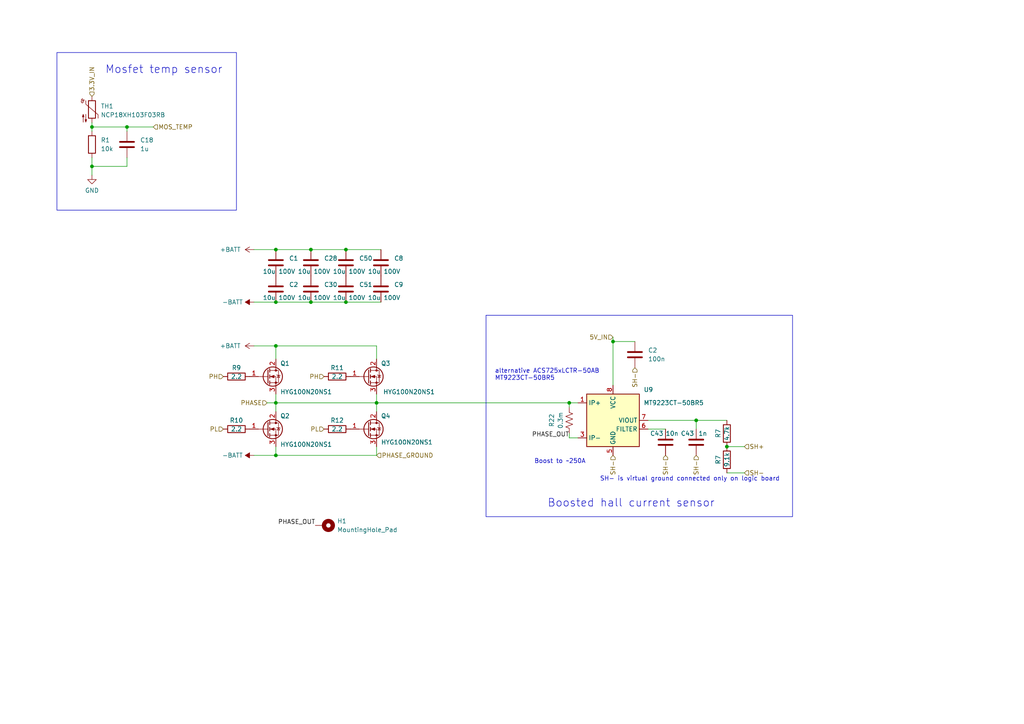
<source format=kicad_sch>
(kicad_sch (version 20231120) (generator "eeschema") (generator_version "8.0")
  (paper "A4")
  (lib_symbols
    (symbol "Device:C" (pin_numbers hide) (pin_names (offset 0.254))
      (property "Reference" "C" (at 0.635 2.54 0))
      (property "Value" "C" (at 0.635 -2.54 0))
      (symbol "C_0_1"
        (polyline (pts (xy -2.032 -0.762) (xy 2.032 -0.762)) (stroke (width 0.508)))
        (polyline (pts (xy -2.032 0.762) (xy 2.032 0.762)) (stroke (width 0.508)))
      )
      (symbol "C_1_1"
        (pin passive line (at 0 3.81 270) (length 2.794) (name "~") (number "1"))
        (pin passive line (at 0 -3.81 90) (length 2.794) (name "~") (number "2"))
      )
    )
    (symbol "Device:R" (pin_numbers hide) (pin_names (offset 0))
      (property "Reference" "R" (at 2.032 0 90))
      (property "Value" "R" (at 0 0 90))
      (symbol "R_0_1"
        (rectangle (start -1.016 -2.54) (end 1.016 2.54) (stroke (width 0.254)))
      )
      (symbol "R_1_1"
        (pin passive line (at 0 3.81 270) (length 1.27) (name "~") (number "1"))
        (pin passive line (at 0 -3.81 90) (length 1.27) (name "~") (number "2"))
      )
    )
    (symbol "Device:R_US" (pin_numbers hide) (pin_names (offset 0))
      (property "Reference" "R" (at 2.54 0 90))
      (property "Value" "R_US" (at -2.54 0 90))
      (symbol "R_US_0_1"
        (polyline (pts (xy 0 -2.286) (xy 0 -2.54)))
        (polyline (pts (xy 0 2.286) (xy 0 2.54)))
        (polyline (pts (xy 0 -0.762) (xy 1.016 -1.143) (xy 0 -1.524) (xy -1.016 -1.905) (xy 0 -2.286)))
        (polyline (pts (xy 0 0.762) (xy 1.016 0.381) (xy 0 0) (xy -1.016 -0.381) (xy 0 -0.762)))
        (polyline (pts (xy 0 2.286) (xy 1.016 1.905) (xy 0 1.524) (xy -1.016 1.143) (xy 0 0.762)))
      )
      (symbol "R_US_1_1"
        (pin passive line (at 0 3.81 270) (length 1.27) (name "~") (number "1"))
        (pin passive line (at 0 -3.81 90) (length 1.27) (name "~") (number "2"))
      )
    )
    (symbol "Device:Thermistor_NTC" (pin_numbers hide) (pin_names (offset 0))
      (property "Reference" "TH" (at -4.445 0 90))
      (property "Value" "Thermistor_NTC" (at 3.175 0 90))
      (symbol "Thermistor_NTC_0_1"
        (arc (start -3.048 2.159) (mid -3.0495 2.3143) (end -3.175 2.413))
        (arc (start -3.048 2.159) (mid -2.9736 1.9794) (end -2.794 1.905))
        (arc (start -3.048 2.794) (mid -2.9736 2.6144) (end -2.794 2.54))
        (arc (start -2.794 1.905) (mid -2.6144 1.9794) (end -2.54 2.159))
        (arc (start -2.794 2.54) (mid -2.4393 2.5587) (end -2.159 2.794))
        (arc (start -2.794 3.048) (mid -2.9736 2.9736) (end -3.048 2.794))
        (arc (start -2.54 2.794) (mid -2.6144 2.9736) (end -2.794 3.048))
        (rectangle (start -1.016 2.54) (end 1.016 -2.54) (stroke (width 0.254)))
        (polyline (pts (xy -2.54 2.159) (xy -2.54 2.794)))
        (polyline (pts (xy -1.778 2.54) (xy -1.778 1.524) (xy 1.778 -1.524) (xy 1.778 -2.54)))
        (polyline (pts (xy -2.54 -3.683) (xy -2.54 -1.397) (xy -2.794 -2.159) (xy -2.286 -2.159) (xy -2.54 -1.397) (xy -2.54 -1.651)) (fill (type outline)))
        (polyline (pts (xy -1.778 -1.397) (xy -1.778 -3.683) (xy -2.032 -2.921) (xy -1.524 -2.921) (xy -1.778 -3.683) (xy -1.778 -3.429)) (fill (type outline)))
      )
      (symbol "Thermistor_NTC_1_1"
        (pin passive line (at 0 3.81 270) (length 1.27) (name "~") (number "1"))
        (pin passive line (at 0 -3.81 90) (length 1.27) (name "~") (number "2"))
      )
    )
    (symbol "Mechanical:MountingHole_Pad" (pin_numbers hide) (pin_names (offset 1.016) hide)
      (property "Reference" "H" (at 0 6.35 0))
      (property "Value" "MountingHole_Pad" (at 0 4.445 0))
      (symbol "MountingHole_Pad_0_1"
        (circle (center 0 1.27) (radius 1.27) (stroke (width 1.27)))
      )
      (symbol "MountingHole_Pad_1_1"
        (pin input line (at 0 -2.54 90) (length 2.54) (name "1") (number "1"))
      )
    )
    (symbol "Sensor_Current:ACS725xLCTR-50AB"
      (property "Reference" "U" (at 2.54 11.43 0))
      (property "Value" "ACS725xLCTR-50AB" (at 2.54 8.89 0))
      (symbol "ACS725xLCTR-50AB_0_1"
        (rectangle (start -7.62 7.62) (end 7.62 -7.62) (stroke (width 0.254)) (fill (type background)))
      )
      (symbol "ACS725xLCTR-50AB_1_1"
        (pin passive line (at -10.16 5.08 0) (length 2.54) (name "IP+") (number "1"))
        (pin passive line (at -10.16 5.08 0) (length 2.54) hide (name "IP+") (number "2"))
        (pin passive line (at -10.16 -5.08 0) (length 2.54) (name "IP-") (number "3"))
        (pin passive line (at -10.16 -5.08 0) (length 2.54) hide (name "IP-") (number "4"))
        (pin power_in line (at 0 -10.16 90) (length 2.54) (name "GND") (number "5"))
        (pin passive line (at 10.16 -2.54 180) (length 2.54) (name "FILTER") (number "6"))
        (pin output line (at 10.16 0 180) (length 2.54) (name "VIOUT") (number "7"))
        (pin power_in line (at 0 10.16 270) (length 2.54) (name "VCC") (number "8"))
      )
    )
    (symbol "Transistor_FET:BSP89" (pin_names hide)
      (property "Reference" "Q" (at 5.08 1.905 0))
      (property "Value" "BSP89" (at 5.08 0 0))
      (symbol "BSP89_0_1"
        (polyline (pts (xy 0.254 0) (xy -2.54 0)))
        (polyline (pts (xy 0.254 1.905) (xy 0.254 -1.905)) (stroke (width 0.254)))
        (polyline (pts (xy 0.762 -1.27) (xy 0.762 -2.286)) (stroke (width 0.254)))
        (polyline (pts (xy 0.762 0.508) (xy 0.762 -0.508)) (stroke (width 0.254)))
        (polyline (pts (xy 0.762 2.286) (xy 0.762 1.27)) (stroke (width 0.254)))
        (polyline (pts (xy 2.54 2.54) (xy 2.54 1.778)))
        (polyline (pts (xy 2.54 -2.54) (xy 2.54 0) (xy 0.762 0)))
        (polyline (pts (xy 0.762 -1.778) (xy 3.302 -1.778) (xy 3.302 1.778) (xy 0.762 1.778)))
        (polyline (pts (xy 1.016 0) (xy 2.032 0.381) (xy 2.032 -0.381) (xy 1.016 0)) (fill (type outline)))
        (polyline (pts (xy 2.794 0.508) (xy 2.921 0.381) (xy 3.683 0.381) (xy 3.81 0.254)))
        (polyline (pts (xy 3.302 0.381) (xy 2.921 -0.254) (xy 3.683 -0.254) (xy 3.302 0.381)))
        (circle (center 1.651 0) (radius 2.794) (stroke (width 0.254)))
        (circle (center 2.54 -1.778) (radius 0.254) (fill (type outline)))
        (circle (center 2.54 1.778) (radius 0.254) (fill (type outline)))
      )
      (symbol "BSP89_1_1"
        (pin input line (at -5.08 0 0) (length 2.54) (name "G") (number "1"))
        (pin passive line (at 2.54 5.08 270) (length 2.54) (name "D") (number "2"))
        (pin passive line (at 2.54 -5.08 90) (length 2.54) (name "S") (number "3"))
      )
    )
    (symbol "power:+BATT" (power) (pin_names (offset 0))
      (property "Value" "+BATT" (at 0 3.556 0))
      (symbol "+BATT_0_1"
        (polyline (pts (xy -0.762 1.27) (xy 0 2.54)))
        (polyline (pts (xy 0 0) (xy 0 2.54)))
        (polyline (pts (xy 0 2.54) (xy 0.762 1.27)))
      )
      (symbol "+BATT_1_1"
        (pin power_in line (at 0 0 90) (length 0) hide (name "+BATT") (number "1"))
      )
    )
    (symbol "power:-BATT" (power) (pin_names (offset 0))
      (property "Value" "-BATT" (at 0 3.556 0))
      (symbol "-BATT_0_1"
        (polyline (pts (xy 0 0) (xy 0 2.54)))
        (polyline (pts (xy 0.762 1.27) (xy -0.762 1.27) (xy 0 2.54) (xy 0.762 1.27)) (fill (type outline)))
      )
      (symbol "-BATT_1_1"
        (pin power_in line (at 0 0 90) (length 0) hide (name "-BATT") (number "1"))
      )
    )
    (symbol "power:GND" (power) (pin_names (offset 0))
      (property "Value" "GND" (at 0 -3.81 0))
      (symbol "GND_0_1"
        (polyline (pts (xy 0 0) (xy 0 -1.27) (xy 1.27 -1.27) (xy 0 -2.54) (xy -1.27 -1.27) (xy 0 -1.27)))
      )
      (symbol "GND_1_1"
        (pin power_in line (at 0 0 270) (length 0) hide (name "GND") (number "1"))
      )
    )
  )
  (junction (at 100.33 87.63))
  (junction (at 177.8 99.06))
  (junction (at 36.83 36.83))
  (junction (at 80.01 87.63))
  (junction (at 26.67 36.83))
  (junction (at 109.22 116.84))
  (junction (at 165.1 116.84))
  (junction (at 80.01 116.84))
  (junction (at 210.82 129.54))
  (junction (at 80.01 100.33))
  (junction (at 201.93 121.92))
  (junction (at 26.67 48.26))
  (junction (at 80.01 72.39))
  (junction (at 90.17 72.39))
  (junction (at 100.33 72.39))
  (junction (at 80.01 132.08))
  (junction (at 90.17 87.63))
  (wire (pts (xy 80.01 116.84) (xy 80.01 119.38)))
  (wire (pts (xy 80.01 100.33) (xy 109.22 100.33)))
  (wire (pts (xy 177.8 99.06) (xy 177.8 111.76)))
  (wire (pts (xy 80.01 116.84) (xy 109.22 116.84)))
  (wire (pts (xy 80.01 129.54) (xy 80.01 132.08)))
  (wire (pts (xy 187.96 121.92) (xy 201.93 121.92)))
  (wire (pts (xy 90.17 72.39) (xy 100.33 72.39)))
  (wire (pts (xy 80.01 100.33) (xy 80.01 104.14)))
  (wire (pts (xy 167.64 116.84) (xy 165.1 116.84)))
  (wire (pts (xy 187.96 124.46) (xy 193.04 124.46)))
  (wire (pts (xy 109.22 114.3) (xy 109.22 116.84)))
  (wire (pts (xy 73.66 72.39) (xy 80.01 72.39)))
  (wire (pts (xy 109.22 129.54) (xy 109.22 132.08)))
  (wire (pts (xy 80.01 72.39) (xy 90.17 72.39)))
  (wire (pts (xy 36.83 36.83) (xy 44.45 36.83)))
  (wire (pts (xy 80.01 114.3) (xy 80.01 116.84)))
  (wire (pts (xy 177.8 97.79) (xy 177.8 99.06)))
  (wire (pts (xy 100.33 87.63) (xy 110.49 87.63)))
  (wire (pts (xy 73.66 132.08) (xy 80.01 132.08)))
  (wire (pts (xy 90.17 87.63) (xy 100.33 87.63)))
  (wire (pts (xy 109.22 116.84) (xy 165.1 116.84)))
  (wire (pts (xy 100.33 72.39) (xy 110.49 72.39)))
  (wire (pts (xy 210.82 137.16) (xy 215.9 137.16)))
  (wire (pts (xy 77.47 116.84) (xy 80.01 116.84)))
  (wire (pts (xy 73.66 100.33) (xy 80.01 100.33)))
  (wire (pts (xy 36.83 38.1) (xy 36.83 36.83)))
  (wire (pts (xy 26.67 36.83) (xy 36.83 36.83)))
  (wire (pts (xy 80.01 87.63) (xy 90.17 87.63)))
  (wire (pts (xy 26.67 45.72) (xy 26.67 48.26)))
  (wire (pts (xy 26.67 36.83) (xy 26.67 38.1)))
  (wire (pts (xy 201.93 124.46) (xy 201.93 121.92)))
  (wire (pts (xy 36.83 48.26) (xy 26.67 48.26)))
  (wire (pts (xy 210.82 129.54) (xy 215.9 129.54)))
  (wire (pts (xy 165.1 127) (xy 165.1 125.73)))
  (wire (pts (xy 165.1 116.84) (xy 165.1 118.11)))
  (wire (pts (xy 73.66 87.63) (xy 80.01 87.63)))
  (wire (pts (xy 26.67 48.26) (xy 26.67 50.8)))
  (wire (pts (xy 109.22 116.84) (xy 109.22 119.38)))
  (wire (pts (xy 26.67 35.56) (xy 26.67 36.83)))
  (wire (pts (xy 167.64 127) (xy 165.1 127)))
  (wire (pts (xy 36.83 45.72) (xy 36.83 48.26)))
  (wire (pts (xy 201.93 121.92) (xy 210.82 121.92)))
  (wire (pts (xy 109.22 132.08) (xy 80.01 132.08)))
  (wire (pts (xy 109.22 100.33) (xy 109.22 104.14)))
  (wire (pts (xy 177.8 99.06) (xy 184.15 99.06)))
  (rectangle (start 140.97 91.44) (end 229.87 149.86))
  (rectangle (start 16.51 15.24) (end 68.58 60.96))
  (text "Mosfet temp sensor" (at 30.48 21.59 0) (effects (font (size 2.27 2.27)) (justify left bottom)))
  (text "Boosted hall current sensor" (at 158.75 147.32 0) (effects (font (size 2.27 2.27)) (justify left bottom)))
  (text "Boost to ~250A" (at 154.94 134.62 0) (effects (font (size 1.27 1.27)) (justify left bottom)))
  (text "SH- is virtual ground connected only on logic board" (at 173.99 139.7 0) (effects (font (size 1.27 1.27)) (justify left bottom)))
  (text "alternative ACS725xLCTR-50AB\nMT9223CT-50BR5" (at 143.51 110.49 0) (effects (font (size 1.27 1.27)) (justify left bottom)))
  (label "PHASE_OUT" (at 91.44 152.4 180))
  (label "PHASE_OUT" (at 165.1 127 180))
  (hierarchical_label "SH-" (shape input) (at 177.8 132.08 270))
  (hierarchical_label "SH-" (shape input) (at 215.9 137.16 0))
  (hierarchical_label "PHASE" (shape input) (at 77.47 116.84 180))
  (hierarchical_label "PHASE_GROUND" (shape input) (at 109.22 132.08 0))
  (hierarchical_label "5V_IN" (shape input) (at 177.8 97.79 180))
  (hierarchical_label "MOS_TEMP" (shape input) (at 44.45 36.83 0))
  (hierarchical_label "PL" (shape input) (at 93.98 124.46 180))
  (hierarchical_label "SH-" (shape input) (at 184.15 106.68 270))
  (hierarchical_label "PH" (shape input) (at 64.77 109.22 180))
  (hierarchical_label "PH" (shape input) (at 93.98 109.22 180))
  (hierarchical_label "3.3V_IN" (shape input) (at 26.67 27.94 90))
  (hierarchical_label "PL" (shape input) (at 64.77 124.46 180))
  (hierarchical_label "SH-" (shape input) (at 201.93 132.08 270))
  (hierarchical_label "SH+" (shape input) (at 215.9 129.54 0))
  (hierarchical_label "SH-" (shape input) (at 193.04 132.08 270))
  (symbol (lib_id "Transistor_FET:BSP89") (at 77.47 124.46 0) (unit 1)
    (property "Reference" "Q2" (at 81.28 120.65 0) (effects (justify left)))
    (property "Value" "HYG100N20NS1" (at 81.28 128.905 0) (effects (justify left)))
    (property "Footprint" "Package_TO_SOT_THT:TO-220-3_Horizontal_TabUp" (effects (hide yes)))
    (property "Datasheet" "https://www.infineon.com/dgdl/Infineon-BSP89-DS-v02_02-en.pdf?fileId=db3a30433b47825b013b4b8a07f90d55" (effects (hide yes)))
    (property "JLCPosOffset" "-2.54,0" (effects (hide yes)))
    (property "Mouser" "726-IPB072N15N3G" (effects (hide yes)))
    (property "MPN" "C459162" (effects (hide yes)))
    (instances (project "HYG100N20NS1" (path "" (reference "Q2") (unit 1)) (path "" (reference "Q6") (unit 1)) (path "" (reference "Q10") (unit 1))))
  )
  (symbol (lib_id "Device:C") (at 110.49 76.2 0) (unit 1)
    (property "Reference" "C8" (at 114.3 74.93 0) (effects (justify left)))
    (property "Value" "10u 100V" (at 106.68 78.74 0) (effects (justify left)))
    (property "Footprint" "Capacitor_SMD:C_1210_3225Metric" (effects (hide yes)))
    (property "Mouser" "81-GRM32EC72A106KE5K" (effects (hide yes)))
    (property "MPN" "C5156756" (effects (hide yes)))
    (instances (project "HYG100N20NS1" (path "" (reference "C8") (unit 1)) (path "" (reference "C10") (unit 1)) (path "" (reference "C26") (unit 1))))
  )
  (symbol (lib_id "Transistor_FET:BSP89") (at 106.68 109.22 0) (unit 1)
    (property "Reference" "Q3" (at 110.49 105.41 0) (effects (justify left)))
    (property "Value" "HYG100N20NS1" (at 111.125 113.665 0) (effects (justify left)))
    (property "Footprint" "Package_TO_SOT_THT:TO-220-3_Horizontal_TabUp" (effects (hide yes)))
    (property "Datasheet" "https://www.infineon.com/dgdl/Infineon-BSP89-DS-v02_02-en.pdf?fileId=db3a30433b47825b013b4b8a07f90d55" (effects (hide yes)))
    (property "JLCPosOffset" "-2.54,0" (effects (hide yes)))
    (property "Mouser" "726-IPB072N15N3G" (effects (hide yes)))
    (property "MPN" "C459162" (effects (hide yes)))
    (instances (project "HYG100N20NS1" (path "" (reference "Q3") (unit 1)) (path "" (reference "Q7") (unit 1)) (path "" (reference "Q11") (unit 1))))
  )
  (symbol (lib_id "Transistor_FET:BSP89") (at 77.47 109.22 0) (unit 1)
    (property "Reference" "Q1" (at 81.28 105.41 0) (effects (justify left)))
    (property "Value" "HYG100N20NS1" (at 81.28 113.665 0) (effects (justify left)))
    (property "Footprint" "Package_TO_SOT_THT:TO-220-3_Horizontal_TabUp" (effects (hide yes)))
    (property "Datasheet" "https://www.infineon.com/dgdl/Infineon-BSP89-DS-v02_02-en.pdf?fileId=db3a30433b47825b013b4b8a07f90d55" (effects (hide yes)))
    (property "JLCPosOffset" "-2.54,0" (effects (hide yes)))
    (property "Mouser" "726-IPB072N15N3G" (effects (hide yes)))
    (property "MPN" "C459162" (effects (hide yes)))
    (instances (project "HYG100N20NS1" (path "" (reference "Q1") (unit 1)) (path "" (reference "Q5") (unit 1)) (path "" (reference "Q9") (unit 1))))
  )
  (symbol (lib_id "power:-BATT") (at 73.66 87.63 90) (unit 1)
    (property "Reference" "#PWR06" (effects (hide yes)))
    (property "Value" "-BATT" (at 70.485 87.63 90) (effects (justify left)))
    (instances (project "HYG100N20NS1" (path "" (reference "#PWR06") (unit 1)) (path "" (reference "#PWR013") (unit 1)) (path "" (reference "#PWR016") (unit 1))))
  )
  (symbol (lib_id "Sensor_Current:ACS725xLCTR-50AB") (at 177.8 121.92 0) (unit 1)
    (property "Reference" "U9" (at 186.69 113.03 0) (effects (justify left)))
    (property "Value" "MT9223CT-50BR5" (at 186.69 116.84 0) (effects (justify left)))
    (property "Footprint" "Package_SO:SOP-8_3.9x4.9mm_P1.27mm" (effects (hide yes)))
    (property "Datasheet" "http://www.allegromicro.com/~/media/Files/Datasheets/ACS725-Datasheet.ashx?la=en" (effects (hide yes)))
    (property "MPN" "C2930869" (effects (hide yes)))
    (property "JLCRotOffset" "-90" (effects (hide yes)))
    (instances (project "HYG100N20NS1" (path "" (reference "U9") (unit 1)) (path "" (reference "U4") (unit 1)) (path "" (reference "U8") (unit 1))))
  )
  (symbol (lib_id "Device:C") (at 110.49 83.82 0) (unit 1)
    (property "Reference" "C9" (at 114.3 82.55 0) (effects (justify left)))
    (property "Value" "10u 100V" (at 106.68 86.36 0) (effects (justify left)))
    (property "Footprint" "Capacitor_SMD:C_1210_3225Metric" (effects (hide yes)))
    (property "Mouser" "81-GRM32EC72A106KE5K" (effects (hide yes)))
    (property "MPN" "C5156756" (effects (hide yes)))
    (instances (project "HYG100N20NS1" (path "" (reference "C9") (unit 1)) (path "" (reference "C11") (unit 1)) (path "" (reference "C27") (unit 1))))
  )
  (symbol (lib_id "Device:C") (at 90.17 83.82 0) (unit 1)
    (property "Reference" "C30" (at 93.98 82.55 0) (effects (justify left)))
    (property "Value" "10u 100V" (at 86.36 86.36 0) (effects (justify left)))
    (property "Footprint" "Capacitor_SMD:C_1210_3225Metric" (effects (hide yes)))
    (property "Mouser" "81-GRM32EC72A106KE5K" (effects (hide yes)))
    (property "MPN" "C5156756" (effects (hide yes)))
    (instances (project "HYG100N20NS1" (path "" (reference "C30") (unit 1)) (path "" (reference "C32") (unit 1)) (path "" (reference "C49") (unit 1))))
  )
  (symbol (lib_id "Device:R") (at 97.79 109.22 90) (unit 1)
    (property "Reference" "R11" (at 97.79 106.68 90))
    (property "Value" "2.2" (at 97.79 109.22 90))
    (property "Footprint" "Resistor_SMD:R_0603_1608Metric" (effects (hide yes)))
    (property "MPN" "C17521" (effects (hide yes)))
    (property "Mouser" "603-AC0805JR-072R2L" (effects (hide yes)))
    (instances (project "HYG100N20NS1" (path "" (reference "R11") (unit 1)) (path "" (reference "R7") (unit 1)) (path "" (reference "R18") (unit 1))))
  )
  (symbol (lib_id "Device:R") (at 68.58 109.22 90) (unit 1)
    (property "Reference" "R9" (at 68.58 106.68 90))
    (property "Value" "2.2" (at 68.58 109.22 90))
    (property "Footprint" "Resistor_SMD:R_0603_1608Metric" (effects (hide yes)))
    (property "MPN" "C17521" (effects (hide yes)))
    (property "Mouser" "603-AC0805JR-072R2L" (effects (hide yes)))
    (instances (project "HYG100N20NS1" (path "" (reference "R9") (unit 1)) (path "" (reference "R5") (unit 1)) (path "" (reference "R16") (unit 1))))
  )
  (symbol (lib_id "Device:R") (at 210.82 133.35 180) (unit 1)
    (property "Reference" "R7" (at 208.28 133.35 90))
    (property "Value" "9.1k" (at 210.82 133.35 90))
    (property "Footprint" "Resistor_SMD:R_0603_1608Metric" (effects (hide yes)))
    (property "MPN" "C23260" (effects (hide yes)))
    (property "Mouser" "603-RC0805FR-074K7L" (effects (hide yes)))
    (instances (project "2EDF7275KXUMA1" (path "" (reference "R7") (unit 1))) (project "GigaVescDrivers" (path "" (reference "R20") (unit 1)) (path "" (reference "R30") (unit 1)) (path "" (reference "R40") (unit 1))) (project "HYG100N20NS1" (path "" (reference "R24") (unit 1)) (path "" (reference "R27") (unit 1)) (path "" (reference "R30") (unit 1))))
  )
  (symbol (lib_id "power:-BATT") (at 73.66 132.08 90) (unit 1)
    (property "Reference" "#PWR010" (effects (hide yes)))
    (property "Value" "-BATT" (at 70.485 132.08 90) (effects (justify left)))
    (instances (project "HYG100N20NS1" (path "" (reference "#PWR010") (unit 1)) (path "" (reference "#PWR040") (unit 1)) (path "" (reference "#PWR052") (unit 1))))
  )
  (symbol (lib_id "Device:R") (at 68.58 124.46 90) (unit 1)
    (property "Reference" "R10" (at 68.58 121.92 90))
    (property "Value" "2.2" (at 68.58 124.46 90))
    (property "Footprint" "Resistor_SMD:R_0603_1608Metric" (effects (hide yes)))
    (property "MPN" "C17521" (effects (hide yes)))
    (property "Mouser" "603-AC0805JR-072R2L" (effects (hide yes)))
    (instances (project "HYG100N20NS1" (path "" (reference "R10") (unit 1)) (path "" (reference "R6") (unit 1)) (path "" (reference "R17") (unit 1))))
  )
  (symbol (lib_id "Device:R") (at 97.79 124.46 90) (unit 1)
    (property "Reference" "R12" (at 97.79 121.92 90))
    (property "Value" "2.2" (at 97.79 124.46 90))
    (property "Footprint" "Resistor_SMD:R_0603_1608Metric" (effects (hide yes)))
    (property "MPN" "C17521" (effects (hide yes)))
    (property "Mouser" "603-AC0805JR-072R2L" (effects (hide yes)))
    (instances (project "HYG100N20NS1" (path "" (reference "R12") (unit 1)) (path "" (reference "R8") (unit 1)) (path "" (reference "R19") (unit 1))))
  )
  (symbol (lib_id "power:+BATT") (at 73.66 72.39 90) (unit 1)
    (property "Reference" "#PWR03" (effects (hide yes)))
    (property "Value" "+BATT" (at 69.85 72.39 90) (effects (justify left)))
    (instances (project "HYG100N20NS1" (path "" (reference "#PWR03") (unit 1)) (path "" (reference "#PWR04") (unit 1)) (path "" (reference "#PWR05") (unit 1))))
  )
  (symbol (lib_id "power:GND") (at 26.67 50.8 0) (unit 1)
    (property "Reference" "#PWR08" (effects (hide yes)))
    (property "Value" "GND" (at 26.67 55.245 0))
    (instances (project "HYG100N20NS1" (path "" (reference "#PWR08") (unit 1)) (path "" (reference "#PWR011") (unit 1)) (path "" (reference "#PWR012") (unit 1))))
  )
  (symbol (lib_id "Device:C") (at 193.04 128.27 0) (unit 1)
    (property "Reference" "C43" (at 190.5 125.73 0))
    (property "Value" "10n" (at 194.945 125.73 0))
    (property "Footprint" "Capacitor_SMD:C_0603_1608Metric" (effects (hide yes)))
    (property "MPN" "C57112" (effects (hide yes)))
    (instances (project "DevKit" (path "" (reference "C43") (unit 1))) (project "HYG100N20NS1" (path "" (reference "C6") (unit 1)) (path "" (reference "C13") (unit 1)) (path "" (reference "C16") (unit 1))))
  )
  (symbol (lib_id "Transistor_FET:BSP89") (at 106.68 124.46 0) (unit 1)
    (property "Reference" "Q4" (at 110.49 120.65 0) (effects (justify left)))
    (property "Value" "HYG100N20NS1" (at 110.49 128.27 0) (effects (justify left)))
    (property "Footprint" "Package_TO_SOT_THT:TO-220-3_Horizontal_TabUp" (effects (hide yes)))
    (property "Datasheet" "https://www.infineon.com/dgdl/Infineon-BSP89-DS-v02_02-en.pdf?fileId=db3a30433b47825b013b4b8a07f90d55" (effects (hide yes)))
    (property "JLCPosOffset" "-2.54,0" (effects (hide yes)))
    (property "Mouser" "726-IPB072N15N3G" (effects (hide yes)))
    (property "MPN" "C459162" (effects (hide yes)))
    (instances (project "HYG100N20NS1" (path "" (reference "Q4") (unit 1)) (path "" (reference "Q8") (unit 1)) (path "" (reference "Q12") (unit 1))))
  )
  (symbol (lib_id "Device:C") (at 184.15 102.87 180) (unit 1)
    (property "Reference" "C2" (at 187.96 101.6 0) (effects (justify right)))
    (property "Value" "100n" (at 187.96 104.14 0) (effects (justify right)))
    (property "Footprint" "Capacitor_SMD:C_0603_1608Metric" (effects (hide yes)))
    (property "Mouser" "187-CL21B104KBFNNNE" (effects (hide yes)))
    (property "MPN" "C14663" (effects (hide yes)))
    (instances (project "2EDF7275KXUMA1" (path "" (reference "C2") (unit 1))) (project "GigaVescDrivers" (path "" (reference "C8") (unit 1)) (path "" (reference "C12") (unit 1)) (path "" (reference "C17") (unit 1))) (project "HYG100N20NS1" (path "" (reference "C5") (unit 1)) (path "" (reference "C12") (unit 1)) (path "" (reference "C15") (unit 1))))
  )
  (symbol (lib_id "Device:R") (at 26.67 41.91 0) (unit 1)
    (property "Reference" "R1" (at 29.21 40.64 0) (effects (justify left)))
    (property "Value" "10k" (at 29.21 43.18 0) (effects (justify left)))
    (property "Footprint" "Resistor_SMD:R_0603_1608Metric" (effects (hide yes)))
    (property "MPN" "C25804" (effects (hide yes)))
    (property "Mouser" "708-RNCP0805FTD10K0" (effects (hide yes)))
    (instances (project "HYG100N20NS1" (path "" (reference "R1") (unit 1)) (path "" (reference "R2") (unit 1)) (path "" (reference "R3") (unit 1))))
  )
  (symbol (lib_id "Device:R_US") (at 165.1 121.92 180) (unit 1)
    (property "Reference" "R22" (at 160.02 121.92 90))
    (property "Value" "0.3m" (at 162.56 121.92 90))
    (property "Footprint" "Resistor_SMD:R_2512_6332Metric" (effects (hide yes)))
    (property "MPN" "C495760" (effects (hide yes)))
    (instances (project "HYG100N20NS1" (path "" (reference "R22") (unit 1)) (path "" (reference "R25") (unit 1)) (path "" (reference "R28") (unit 1))))
  )
  (symbol (lib_id "Device:C") (at 90.17 76.2 0) (unit 1)
    (property "Reference" "C28" (at 93.98 74.93 0) (effects (justify left)))
    (property "Value" "10u 100V" (at 86.36 78.74 0) (effects (justify left)))
    (property "Footprint" "Capacitor_SMD:C_1210_3225Metric" (effects (hide yes)))
    (property "Mouser" "81-GRM32EC72A106KE5K" (effects (hide yes)))
    (property "MPN" "C5156756" (effects (hide yes)))
    (instances (project "HYG100N20NS1" (path "" (reference "C28") (unit 1)) (path "" (reference "C31") (unit 1)) (path "" (reference "C33") (unit 1))))
  )
  (symbol (lib_id "Device:C") (at 80.01 76.2 0) (unit 1)
    (property "Reference" "C1" (at 83.82 74.93 0) (effects (justify left)))
    (property "Value" "10u 100V" (at 76.2 78.74 0) (effects (justify left)))
    (property "Footprint" "Capacitor_SMD:C_1210_3225Metric" (effects (hide yes)))
    (property "MPN" "C5156756" (effects (hide yes)))
    (property "Mouser" "81-GRM32EC72A106KE5K" (effects (hide yes)))
    (instances (project "HYG100N20NS1" (path "" (reference "C1") (unit 1)) (path "" (reference "C25") (unit 1)) (path "" (reference "C48") (unit 1))))
  )
  (symbol (lib_id "Device:C") (at 100.33 76.2 0) (unit 1)
    (property "Reference" "C50" (at 104.14 74.93 0) (effects (justify left)))
    (property "Value" "10u 100V" (at 96.52 78.74 0) (effects (justify left)))
    (property "Footprint" "Capacitor_SMD:C_1210_3225Metric" (effects (hide yes)))
    (property "Mouser" "81-GRM32EC72A106KE5K" (effects (hide yes)))
    (property "MPN" "C5156756" (effects (hide yes)))
    (instances (project "HYG100N20NS1" (path "" (reference "C50") (unit 1)) (path "" (reference "C52") (unit 1)) (path "" (reference "C54") (unit 1))))
  )
  (symbol (lib_id "Device:C") (at 36.83 41.91 0) (unit 1)
    (property "Reference" "C18" (at 40.64 40.64 0) (effects (justify left)))
    (property "Value" "1u" (at 40.64 43.18 0) (effects (justify left)))
    (property "Footprint" "Capacitor_SMD:C_0603_1608Metric" (effects (hide yes)))
    (property "MPN" "C15849" (effects (hide yes)))
    (property "Mouser" "187-CL21B105KPFNNNE" (effects (hide yes)))
    (instances (project "HYG100N20NS1" (path "" (reference "C18") (unit 1)) (path "" (reference "C19") (unit 1)) (path "" (reference "C20") (unit 1))))
  )
  (symbol (lib_id "Device:C") (at 201.93 128.27 0) (unit 1)
    (property "Reference" "C43" (at 199.39 125.73 0))
    (property "Value" "1n" (at 203.835 125.73 0))
    (property "Footprint" "Capacitor_SMD:C_0603_1608Metric" (effects (hide yes)))
    (property "MPN" "C1588" (effects (hide yes)))
    (instances (project "DevKit" (path "" (reference "C43") (unit 1))) (project "HYG100N20NS1" (path "" (reference "C7") (unit 1)) (path "" (reference "C14") (unit 1)) (path "" (reference "C17") (unit 1))))
  )
  (symbol (lib_id "power:+BATT") (at 73.66 100.33 90) (unit 1)
    (property "Reference" "#PWR07" (effects (hide yes)))
    (property "Value" "+BATT" (at 69.85 100.33 90) (effects (justify left)))
    (instances (project "HYG100N20NS1" (path "" (reference "#PWR07") (unit 1)) (path "" (reference "#PWR039") (unit 1)) (path "" (reference "#PWR051") (unit 1))))
  )
  (symbol (lib_id "Device:Thermistor_NTC") (at 26.67 31.75 0) (unit 1)
    (property "Reference" "TH1" (at 29.21 30.7975 0) (effects (justify left)))
    (property "Value" "NCP18XH103F03RB" (at 29.21 33.3375 0) (effects (justify left)))
    (property "Footprint" "Resistor_SMD:R_0603_1608Metric" (effects (hide yes)))
    (property "MPN" "C13564" (effects (hide yes)))
    (property "Mouser" "81-NCP18XH103F03RB" (effects (hide yes)))
    (instances (project "HYG100N20NS1" (path "" (reference "TH1") (unit 1)) (path "" (reference "TH2") (unit 1)) (path "" (reference "TH3") (unit 1))))
  )
  (symbol (lib_id "Device:R") (at 210.82 125.73 180) (unit 1)
    (property "Reference" "R7" (at 208.28 125.73 90))
    (property "Value" "4.7k" (at 210.82 125.73 90))
    (property "Footprint" "Resistor_SMD:R_0603_1608Metric" (effects (hide yes)))
    (property "MPN" "C23162" (effects (hide yes)))
    (property "Mouser" "603-RC0805FR-074K7L" (effects (hide yes)))
    (instances (project "2EDF7275KXUMA1" (path "" (reference "R7") (unit 1))) (project "GigaVescDrivers" (path "" (reference "R20") (unit 1)) (path "" (reference "R30") (unit 1)) (path "" (reference "R40") (unit 1))) (project "HYG100N20NS1" (path "" (reference "R23") (unit 1)) (path "" (reference "R26") (unit 1)) (path "" (reference "R29") (unit 1))))
  )
  (symbol (lib_id "Device:C") (at 100.33 83.82 0) (unit 1)
    (property "Reference" "C51" (at 104.14 82.55 0) (effects (justify left)))
    (property "Value" "10u 100V" (at 96.52 86.36 0) (effects (justify left)))
    (property "Footprint" "Capacitor_SMD:C_1210_3225Metric" (effects (hide yes)))
    (property "Mouser" "81-GRM32EC72A106KE5K" (effects (hide yes)))
    (property "MPN" "C5156756" (effects (hide yes)))
    (instances (project "HYG100N20NS1" (path "" (reference "C51") (unit 1)) (path "" (reference "C53") (unit 1)) (path "" (reference "C55") (unit 1))))
  )
  (symbol (lib_id "Device:C") (at 80.01 83.82 0) (unit 1)
    (property "Reference" "C2" (at 83.82 82.55 0) (effects (justify left)))
    (property "Value" "10u 100V" (at 76.2 86.36 0) (effects (justify left)))
    (property "Footprint" "Capacitor_SMD:C_1210_3225Metric" (effects (hide yes)))
    (property "Mouser" "81-GRM32EC72A106KE5K" (effects (hide yes)))
    (property "MPN" "C5156756" (effects (hide yes)))
    (instances (project "HYG100N20NS1" (path "" (reference "C2") (unit 1)) (path "" (reference "C3") (unit 1)) (path "" (reference "C4") (unit 1))))
  )
  (symbol (lib_id "Mechanical:MountingHole_Pad") (at 93.98 152.4 270) (unit 1)
    (property "Reference" "H1" (at 97.79 151.13 90) (effects (justify left)))
    (property "Value" "MountingHole_Pad" (at 97.79 153.67 90) (effects (justify left)))
    (property "Footprint" "MountingHole:MountingHole_5.3mm_M5_Pad_Via" (effects (hide yes)))
    (instances (project "HYG100N20NS1" (path "" (reference "H1") (unit 1)) (path "" (reference "H2") (unit 1)) (path "" (reference "H3") (unit 1))))
  )
)
</source>
